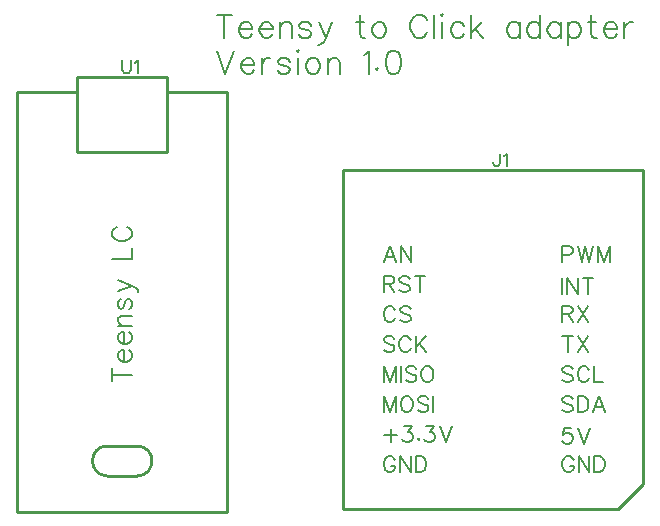
<source format=gto>
G04 Layer: TopSilkscreenLayer*
G04 EasyEDA v6.5.9, 2022-09-16 14:53:16*
G04 a67cddfb3fce44daa9051d46cbbcc19f,10*
G04 Gerber Generator version 0.2*
G04 Scale: 100 percent, Rotated: No, Reflected: No *
G04 Dimensions in millimeters *
G04 leading zeros omitted , absolute positions ,4 integer and 5 decimal *
%FSLAX45Y45*%
%MOMM*%

%ADD10C,0.2032*%
%ADD11C,0.1524*%
%ADD12C,0.2540*%

%LPD*%
D10*
X1864613Y4305045D02*
G01*
X1864613Y4110989D01*
X1800097Y4305045D02*
G01*
X1929384Y4305045D01*
X1990343Y4184904D02*
G01*
X2101088Y4184904D01*
X2101088Y4203445D01*
X2091943Y4221987D01*
X2082545Y4231131D01*
X2064258Y4240276D01*
X2036572Y4240276D01*
X2018029Y4231131D01*
X1999488Y4212589D01*
X1990343Y4184904D01*
X1990343Y4166615D01*
X1999488Y4138676D01*
X2018029Y4120387D01*
X2036572Y4110989D01*
X2064258Y4110989D01*
X2082545Y4120387D01*
X2101088Y4138676D01*
X2162047Y4184904D02*
G01*
X2272791Y4184904D01*
X2272791Y4203445D01*
X2263647Y4221987D01*
X2254504Y4231131D01*
X2235961Y4240276D01*
X2208275Y4240276D01*
X2189734Y4231131D01*
X2171191Y4212589D01*
X2162047Y4184904D01*
X2162047Y4166615D01*
X2171191Y4138676D01*
X2189734Y4120387D01*
X2208275Y4110989D01*
X2235961Y4110989D01*
X2254504Y4120387D01*
X2272791Y4138676D01*
X2333752Y4240276D02*
G01*
X2333752Y4110989D01*
X2333752Y4203445D02*
G01*
X2361691Y4231131D01*
X2379979Y4240276D01*
X2407665Y4240276D01*
X2426208Y4231131D01*
X2435352Y4203445D01*
X2435352Y4110989D01*
X2597911Y4212589D02*
G01*
X2588768Y4231131D01*
X2561081Y4240276D01*
X2533395Y4240276D01*
X2505709Y4231131D01*
X2496311Y4212589D01*
X2505709Y4194302D01*
X2524252Y4184904D01*
X2570225Y4175760D01*
X2588768Y4166615D01*
X2597911Y4148073D01*
X2597911Y4138676D01*
X2588768Y4120387D01*
X2561081Y4110989D01*
X2533395Y4110989D01*
X2505709Y4120387D01*
X2496311Y4138676D01*
X2668270Y4240276D02*
G01*
X2723641Y4110989D01*
X2779013Y4240276D02*
G01*
X2723641Y4110989D01*
X2705100Y4074160D01*
X2686811Y4055618D01*
X2668270Y4046473D01*
X2658872Y4046473D01*
X3009900Y4305045D02*
G01*
X3009900Y4148073D01*
X3019297Y4120387D01*
X3037586Y4110989D01*
X3056127Y4110989D01*
X2982213Y4240276D02*
G01*
X3046984Y4240276D01*
X3163315Y4240276D02*
G01*
X3144774Y4231131D01*
X3126231Y4212589D01*
X3117088Y4184904D01*
X3117088Y4166615D01*
X3126231Y4138676D01*
X3144774Y4120387D01*
X3163315Y4110989D01*
X3191002Y4110989D01*
X3209543Y4120387D01*
X3227831Y4138676D01*
X3237229Y4166615D01*
X3237229Y4184904D01*
X3227831Y4212589D01*
X3209543Y4231131D01*
X3191002Y4240276D01*
X3163315Y4240276D01*
X3578859Y4258818D02*
G01*
X3569715Y4277360D01*
X3551174Y4295902D01*
X3532631Y4305045D01*
X3495802Y4305045D01*
X3477259Y4295902D01*
X3458972Y4277360D01*
X3449574Y4258818D01*
X3440429Y4231131D01*
X3440429Y4184904D01*
X3449574Y4157218D01*
X3458972Y4138676D01*
X3477259Y4120387D01*
X3495802Y4110989D01*
X3532631Y4110989D01*
X3551174Y4120387D01*
X3569715Y4138676D01*
X3578859Y4157218D01*
X3639820Y4305045D02*
G01*
X3639820Y4110989D01*
X3700779Y4305045D02*
G01*
X3710177Y4295902D01*
X3719322Y4305045D01*
X3710177Y4314189D01*
X3700779Y4305045D01*
X3710177Y4240276D02*
G01*
X3710177Y4110989D01*
X3891025Y4212589D02*
G01*
X3872738Y4231131D01*
X3854195Y4240276D01*
X3826509Y4240276D01*
X3807968Y4231131D01*
X3789425Y4212589D01*
X3780281Y4184904D01*
X3780281Y4166615D01*
X3789425Y4138676D01*
X3807968Y4120387D01*
X3826509Y4110989D01*
X3854195Y4110989D01*
X3872738Y4120387D01*
X3891025Y4138676D01*
X3951986Y4305045D02*
G01*
X3951986Y4110989D01*
X4044441Y4240276D02*
G01*
X3951986Y4148073D01*
X3989070Y4184904D02*
G01*
X4053586Y4110989D01*
X4367784Y4240276D02*
G01*
X4367784Y4110989D01*
X4367784Y4212589D02*
G01*
X4349241Y4231131D01*
X4330700Y4240276D01*
X4303013Y4240276D01*
X4284472Y4231131D01*
X4266184Y4212589D01*
X4256786Y4184904D01*
X4256786Y4166615D01*
X4266184Y4138676D01*
X4284472Y4120387D01*
X4303013Y4110989D01*
X4330700Y4110989D01*
X4349241Y4120387D01*
X4367784Y4138676D01*
X4539488Y4305045D02*
G01*
X4539488Y4110989D01*
X4539488Y4212589D02*
G01*
X4520945Y4231131D01*
X4502658Y4240276D01*
X4474972Y4240276D01*
X4456429Y4231131D01*
X4437888Y4212589D01*
X4428743Y4184904D01*
X4428743Y4166615D01*
X4437888Y4138676D01*
X4456429Y4120387D01*
X4474972Y4110989D01*
X4502658Y4110989D01*
X4520945Y4120387D01*
X4539488Y4138676D01*
X4711191Y4240276D02*
G01*
X4711191Y4110989D01*
X4711191Y4212589D02*
G01*
X4692904Y4231131D01*
X4674361Y4240276D01*
X4646675Y4240276D01*
X4628134Y4231131D01*
X4609591Y4212589D01*
X4600447Y4184904D01*
X4600447Y4166615D01*
X4609591Y4138676D01*
X4628134Y4120387D01*
X4646675Y4110989D01*
X4674361Y4110989D01*
X4692904Y4120387D01*
X4711191Y4138676D01*
X4772152Y4240276D02*
G01*
X4772152Y4046473D01*
X4772152Y4212589D02*
G01*
X4790693Y4231131D01*
X4809236Y4240276D01*
X4836922Y4240276D01*
X4855463Y4231131D01*
X4873752Y4212589D01*
X4883150Y4184904D01*
X4883150Y4166615D01*
X4873752Y4138676D01*
X4855463Y4120387D01*
X4836922Y4110989D01*
X4809236Y4110989D01*
X4790693Y4120387D01*
X4772152Y4138676D01*
X4971795Y4305045D02*
G01*
X4971795Y4148073D01*
X4980940Y4120387D01*
X4999481Y4110989D01*
X5018024Y4110989D01*
X4944109Y4240276D02*
G01*
X5008625Y4240276D01*
X5078984Y4184904D02*
G01*
X5189727Y4184904D01*
X5189727Y4203445D01*
X5180584Y4221987D01*
X5171186Y4231131D01*
X5152897Y4240276D01*
X5125211Y4240276D01*
X5106670Y4231131D01*
X5088127Y4212589D01*
X5078984Y4184904D01*
X5078984Y4166615D01*
X5088127Y4138676D01*
X5106670Y4120387D01*
X5125211Y4110989D01*
X5152897Y4110989D01*
X5171186Y4120387D01*
X5189727Y4138676D01*
X5250688Y4240276D02*
G01*
X5250688Y4110989D01*
X5250688Y4184904D02*
G01*
X5259831Y4212589D01*
X5278374Y4231131D01*
X5296915Y4240276D01*
X5324602Y4240276D01*
X1800097Y4000245D02*
G01*
X1874012Y3806189D01*
X1947672Y4000245D02*
G01*
X1874012Y3806189D01*
X2008631Y3880104D02*
G01*
X2119629Y3880104D01*
X2119629Y3898645D01*
X2110231Y3917187D01*
X2101088Y3926331D01*
X2082545Y3935476D01*
X2054859Y3935476D01*
X2036572Y3926331D01*
X2018029Y3907789D01*
X2008631Y3880104D01*
X2008631Y3861815D01*
X2018029Y3833876D01*
X2036572Y3815587D01*
X2054859Y3806189D01*
X2082545Y3806189D01*
X2101088Y3815587D01*
X2119629Y3833876D01*
X2180590Y3935476D02*
G01*
X2180590Y3806189D01*
X2180590Y3880104D02*
G01*
X2189734Y3907789D01*
X2208275Y3926331D01*
X2226818Y3935476D01*
X2254504Y3935476D01*
X2417063Y3907789D02*
G01*
X2407665Y3926331D01*
X2379979Y3935476D01*
X2352293Y3935476D01*
X2324608Y3926331D01*
X2315463Y3907789D01*
X2324608Y3889502D01*
X2343150Y3880104D01*
X2389377Y3870960D01*
X2407665Y3861815D01*
X2417063Y3843273D01*
X2417063Y3833876D01*
X2407665Y3815587D01*
X2379979Y3806189D01*
X2352293Y3806189D01*
X2324608Y3815587D01*
X2315463Y3833876D01*
X2478024Y4000245D02*
G01*
X2487168Y3991102D01*
X2496311Y4000245D01*
X2487168Y4009389D01*
X2478024Y4000245D01*
X2487168Y3935476D02*
G01*
X2487168Y3806189D01*
X2603500Y3935476D02*
G01*
X2585211Y3926331D01*
X2566670Y3907789D01*
X2557272Y3880104D01*
X2557272Y3861815D01*
X2566670Y3833876D01*
X2585211Y3815587D01*
X2603500Y3806189D01*
X2631186Y3806189D01*
X2649727Y3815587D01*
X2668270Y3833876D01*
X2677413Y3861815D01*
X2677413Y3880104D01*
X2668270Y3907789D01*
X2649727Y3926331D01*
X2631186Y3935476D01*
X2603500Y3935476D01*
X2738374Y3935476D02*
G01*
X2738374Y3806189D01*
X2738374Y3898645D02*
G01*
X2766059Y3926331D01*
X2784602Y3935476D01*
X2812288Y3935476D01*
X2830829Y3926331D01*
X2839974Y3898645D01*
X2839974Y3806189D01*
X3043174Y3963415D02*
G01*
X3061715Y3972560D01*
X3089402Y4000245D01*
X3089402Y3806189D01*
X3159506Y3852418D02*
G01*
X3150361Y3843273D01*
X3159506Y3833876D01*
X3168904Y3843273D01*
X3159506Y3852418D01*
X3285236Y4000245D02*
G01*
X3257550Y3991102D01*
X3239008Y3963415D01*
X3229863Y3917187D01*
X3229863Y3889502D01*
X3239008Y3843273D01*
X3257550Y3815587D01*
X3285236Y3806189D01*
X3303777Y3806189D01*
X3331463Y3815587D01*
X3349752Y3843273D01*
X3359150Y3889502D01*
X3359150Y3917187D01*
X3349752Y3963415D01*
X3331463Y3991102D01*
X3303777Y4000245D01*
X3285236Y4000245D01*
D11*
X4195063Y3129914D02*
G01*
X4195063Y3046856D01*
X4189729Y3031109D01*
X4184650Y3026029D01*
X4174236Y3020948D01*
X4163822Y3020948D01*
X4153408Y3026029D01*
X4148074Y3031109D01*
X4142993Y3046856D01*
X4142993Y3057270D01*
X4229354Y3109087D02*
G01*
X4239513Y3114420D01*
X4255261Y3129914D01*
X4255261Y3020948D01*
D10*
X3266693Y2343022D02*
G01*
X3215893Y2209419D01*
X3266693Y2343022D02*
G01*
X3317747Y2209419D01*
X3234943Y2253869D02*
G01*
X3298697Y2253869D01*
X3359658Y2343022D02*
G01*
X3359658Y2209419D01*
X3359658Y2343022D02*
G01*
X3448811Y2209419D01*
X3448811Y2343022D02*
G01*
X3448811Y2209419D01*
X3215893Y2089022D02*
G01*
X3215893Y1955419D01*
X3215893Y2089022D02*
G01*
X3273043Y2089022D01*
X3292347Y2082672D01*
X3298697Y2076322D01*
X3305047Y2063622D01*
X3305047Y2050922D01*
X3298697Y2038222D01*
X3292347Y2031872D01*
X3273043Y2025522D01*
X3215893Y2025522D01*
X3260343Y2025522D02*
G01*
X3305047Y1955419D01*
X3436111Y2069972D02*
G01*
X3423411Y2082672D01*
X3404361Y2089022D01*
X3378708Y2089022D01*
X3359658Y2082672D01*
X3346958Y2069972D01*
X3346958Y2057272D01*
X3353308Y2044572D01*
X3359658Y2038222D01*
X3372358Y2031872D01*
X3410711Y2019172D01*
X3423411Y2012822D01*
X3429761Y2006219D01*
X3436111Y1993519D01*
X3436111Y1974469D01*
X3423411Y1961769D01*
X3404361Y1955419D01*
X3378708Y1955419D01*
X3359658Y1961769D01*
X3346958Y1974469D01*
X3522725Y2089022D02*
G01*
X3522725Y1955419D01*
X3478022Y2089022D02*
G01*
X3567175Y2089022D01*
X3215893Y1327022D02*
G01*
X3215893Y1193419D01*
X3215893Y1327022D02*
G01*
X3266693Y1193419D01*
X3317747Y1327022D02*
G01*
X3266693Y1193419D01*
X3317747Y1327022D02*
G01*
X3317747Y1193419D01*
X3359658Y1327022D02*
G01*
X3359658Y1193419D01*
X3490722Y1307972D02*
G01*
X3478022Y1320672D01*
X3458972Y1327022D01*
X3433572Y1327022D01*
X3414522Y1320672D01*
X3401822Y1307972D01*
X3401822Y1295272D01*
X3408172Y1282572D01*
X3414522Y1276222D01*
X3427222Y1269872D01*
X3465322Y1257172D01*
X3478022Y1250822D01*
X3484372Y1244219D01*
X3490722Y1231519D01*
X3490722Y1212469D01*
X3478022Y1199769D01*
X3458972Y1193419D01*
X3433572Y1193419D01*
X3414522Y1199769D01*
X3401822Y1212469D01*
X3570986Y1327022D02*
G01*
X3558286Y1320672D01*
X3545586Y1307972D01*
X3539236Y1295272D01*
X3532886Y1276222D01*
X3532886Y1244219D01*
X3539236Y1225169D01*
X3545586Y1212469D01*
X3558286Y1199769D01*
X3570986Y1193419D01*
X3596386Y1193419D01*
X3609086Y1199769D01*
X3621786Y1212469D01*
X3628136Y1225169D01*
X3634740Y1244219D01*
X3634740Y1276222D01*
X3628136Y1295272D01*
X3621786Y1307972D01*
X3609086Y1320672D01*
X3596386Y1327022D01*
X3570986Y1327022D01*
X4727193Y2343022D02*
G01*
X4727193Y2209419D01*
X4727193Y2343022D02*
G01*
X4784343Y2343022D01*
X4803647Y2336672D01*
X4809997Y2330322D01*
X4816347Y2317622D01*
X4816347Y2298572D01*
X4809997Y2285872D01*
X4803647Y2279522D01*
X4784343Y2273172D01*
X4727193Y2273172D01*
X4858258Y2343022D02*
G01*
X4890008Y2209419D01*
X4922011Y2343022D02*
G01*
X4890008Y2209419D01*
X4922011Y2343022D02*
G01*
X4953761Y2209419D01*
X4985511Y2343022D02*
G01*
X4953761Y2209419D01*
X5027675Y2343022D02*
G01*
X5027675Y2209419D01*
X5027675Y2343022D02*
G01*
X5078475Y2209419D01*
X5129275Y2343022D02*
G01*
X5078475Y2209419D01*
X5129275Y2343022D02*
G01*
X5129275Y2209419D01*
X4727193Y2076322D02*
G01*
X4727193Y1942719D01*
X4769104Y2076322D02*
G01*
X4769104Y1942719D01*
X4769104Y2076322D02*
G01*
X4858258Y1942719D01*
X4858258Y2076322D02*
G01*
X4858258Y1942719D01*
X4944872Y2076322D02*
G01*
X4944872Y1942719D01*
X4900168Y2076322D02*
G01*
X4989322Y2076322D01*
X4727193Y1835022D02*
G01*
X4727193Y1701419D01*
X4727193Y1835022D02*
G01*
X4784343Y1835022D01*
X4803647Y1828672D01*
X4809997Y1822322D01*
X4816347Y1809622D01*
X4816347Y1796922D01*
X4809997Y1784222D01*
X4803647Y1777872D01*
X4784343Y1771522D01*
X4727193Y1771522D01*
X4771643Y1771522D02*
G01*
X4816347Y1701419D01*
X4858258Y1835022D02*
G01*
X4947411Y1701419D01*
X4947411Y1835022D02*
G01*
X4858258Y1701419D01*
X4771643Y1581022D02*
G01*
X4771643Y1447419D01*
X4727193Y1581022D02*
G01*
X4816347Y1581022D01*
X4858258Y1581022D02*
G01*
X4947411Y1447419D01*
X4947411Y1581022D02*
G01*
X4858258Y1447419D01*
X4816347Y1307972D02*
G01*
X4803647Y1320672D01*
X4784343Y1327022D01*
X4758943Y1327022D01*
X4739893Y1320672D01*
X4727193Y1307972D01*
X4727193Y1295272D01*
X4733543Y1282572D01*
X4739893Y1276222D01*
X4752593Y1269872D01*
X4790947Y1257172D01*
X4803647Y1250822D01*
X4809997Y1244219D01*
X4816347Y1231519D01*
X4816347Y1212469D01*
X4803647Y1199769D01*
X4784343Y1193419D01*
X4758943Y1193419D01*
X4739893Y1199769D01*
X4727193Y1212469D01*
X4953761Y1295272D02*
G01*
X4947411Y1307972D01*
X4934711Y1320672D01*
X4922011Y1327022D01*
X4896358Y1327022D01*
X4883658Y1320672D01*
X4870958Y1307972D01*
X4864608Y1295272D01*
X4858258Y1276222D01*
X4858258Y1244219D01*
X4864608Y1225169D01*
X4870958Y1212469D01*
X4883658Y1199769D01*
X4896358Y1193419D01*
X4922011Y1193419D01*
X4934711Y1199769D01*
X4947411Y1212469D01*
X4953761Y1225169D01*
X4995672Y1327022D02*
G01*
X4995672Y1193419D01*
X4995672Y1193419D02*
G01*
X5072125Y1193419D01*
X4816347Y1053972D02*
G01*
X4803647Y1066672D01*
X4784343Y1073022D01*
X4758943Y1073022D01*
X4739893Y1066672D01*
X4727193Y1053972D01*
X4727193Y1041272D01*
X4733543Y1028572D01*
X4739893Y1022222D01*
X4752593Y1015872D01*
X4790947Y1003172D01*
X4803647Y996822D01*
X4809997Y990219D01*
X4816347Y977519D01*
X4816347Y958469D01*
X4803647Y945769D01*
X4784343Y939419D01*
X4758943Y939419D01*
X4739893Y945769D01*
X4727193Y958469D01*
X4858258Y1073022D02*
G01*
X4858258Y939419D01*
X4858258Y1073022D02*
G01*
X4902708Y1073022D01*
X4922011Y1066672D01*
X4934711Y1053972D01*
X4941061Y1041272D01*
X4947411Y1022222D01*
X4947411Y990219D01*
X4941061Y971169D01*
X4934711Y958469D01*
X4922011Y945769D01*
X4902708Y939419D01*
X4858258Y939419D01*
X5040375Y1073022D02*
G01*
X4989322Y939419D01*
X5040375Y1073022D02*
G01*
X5091175Y939419D01*
X5008372Y983869D02*
G01*
X5072125Y983869D01*
X4803647Y806322D02*
G01*
X4739893Y806322D01*
X4733543Y749172D01*
X4739893Y755522D01*
X4758943Y761872D01*
X4777993Y761872D01*
X4797297Y755522D01*
X4809997Y742822D01*
X4816347Y723519D01*
X4816347Y710819D01*
X4809997Y691769D01*
X4797297Y679069D01*
X4777993Y672719D01*
X4758943Y672719D01*
X4739893Y679069D01*
X4733543Y685419D01*
X4727193Y698119D01*
X4858258Y806322D02*
G01*
X4909311Y672719D01*
X4960111Y806322D02*
G01*
X4909311Y672719D01*
X4822697Y533272D02*
G01*
X4816347Y545972D01*
X4803647Y558672D01*
X4790947Y565022D01*
X4765293Y565022D01*
X4752593Y558672D01*
X4739893Y545972D01*
X4733543Y533272D01*
X4727193Y514222D01*
X4727193Y482219D01*
X4733543Y463169D01*
X4739893Y450469D01*
X4752593Y437769D01*
X4765293Y431419D01*
X4790947Y431419D01*
X4803647Y437769D01*
X4816347Y450469D01*
X4822697Y463169D01*
X4822697Y482219D01*
X4790947Y482219D02*
G01*
X4822697Y482219D01*
X4864608Y565022D02*
G01*
X4864608Y431419D01*
X4864608Y565022D02*
G01*
X4953761Y431419D01*
X4953761Y565022D02*
G01*
X4953761Y431419D01*
X4995672Y565022D02*
G01*
X4995672Y431419D01*
X4995672Y565022D02*
G01*
X5040375Y565022D01*
X5059425Y558672D01*
X5072125Y545972D01*
X5078475Y533272D01*
X5084825Y514222D01*
X5084825Y482219D01*
X5078475Y463169D01*
X5072125Y450469D01*
X5059425Y437769D01*
X5040375Y431419D01*
X4995672Y431419D01*
X3311397Y533272D02*
G01*
X3305047Y545972D01*
X3292347Y558672D01*
X3279647Y565022D01*
X3253993Y565022D01*
X3241293Y558672D01*
X3228593Y545972D01*
X3222243Y533272D01*
X3215893Y514222D01*
X3215893Y482219D01*
X3222243Y463169D01*
X3228593Y450469D01*
X3241293Y437769D01*
X3253993Y431419D01*
X3279647Y431419D01*
X3292347Y437769D01*
X3305047Y450469D01*
X3311397Y463169D01*
X3311397Y482219D01*
X3279647Y482219D02*
G01*
X3311397Y482219D01*
X3353308Y565022D02*
G01*
X3353308Y431419D01*
X3353308Y565022D02*
G01*
X3442461Y431419D01*
X3442461Y565022D02*
G01*
X3442461Y431419D01*
X3484372Y565022D02*
G01*
X3484372Y431419D01*
X3484372Y565022D02*
G01*
X3529075Y565022D01*
X3548125Y558672D01*
X3560825Y545972D01*
X3567175Y533272D01*
X3573525Y514222D01*
X3573525Y482219D01*
X3567175Y463169D01*
X3560825Y450469D01*
X3548125Y437769D01*
X3529075Y431419D01*
X3484372Y431419D01*
X3273043Y799972D02*
G01*
X3273043Y685419D01*
X3215893Y742822D02*
G01*
X3330447Y742822D01*
X3385058Y819022D02*
G01*
X3455161Y819022D01*
X3417061Y768222D01*
X3436111Y768222D01*
X3448811Y761872D01*
X3455161Y755522D01*
X3461511Y736219D01*
X3461511Y723519D01*
X3455161Y704469D01*
X3442461Y691769D01*
X3423411Y685419D01*
X3404361Y685419D01*
X3385058Y691769D01*
X3378708Y698119D01*
X3372358Y710819D01*
X3509772Y717169D02*
G01*
X3503422Y710819D01*
X3509772Y704469D01*
X3516375Y710819D01*
X3509772Y717169D01*
X3570986Y819022D02*
G01*
X3641090Y819022D01*
X3602736Y768222D01*
X3621786Y768222D01*
X3634740Y761872D01*
X3641090Y755522D01*
X3647440Y736219D01*
X3647440Y723519D01*
X3641090Y704469D01*
X3628136Y691769D01*
X3609086Y685419D01*
X3590036Y685419D01*
X3570986Y691769D01*
X3564636Y698119D01*
X3558286Y710819D01*
X3689350Y819022D02*
G01*
X3740150Y685419D01*
X3791204Y819022D02*
G01*
X3740150Y685419D01*
X3215893Y1073022D02*
G01*
X3215893Y939419D01*
X3215893Y1073022D02*
G01*
X3266693Y939419D01*
X3317747Y1073022D02*
G01*
X3266693Y939419D01*
X3317747Y1073022D02*
G01*
X3317747Y939419D01*
X3398011Y1073022D02*
G01*
X3385058Y1066672D01*
X3372358Y1053972D01*
X3366008Y1041272D01*
X3359658Y1022222D01*
X3359658Y990219D01*
X3366008Y971169D01*
X3372358Y958469D01*
X3385058Y945769D01*
X3398011Y939419D01*
X3423411Y939419D01*
X3436111Y945769D01*
X3448811Y958469D01*
X3455161Y971169D01*
X3461511Y990219D01*
X3461511Y1022222D01*
X3455161Y1041272D01*
X3448811Y1053972D01*
X3436111Y1066672D01*
X3423411Y1073022D01*
X3398011Y1073022D01*
X3592575Y1053972D02*
G01*
X3579875Y1066672D01*
X3560825Y1073022D01*
X3535425Y1073022D01*
X3516375Y1066672D01*
X3503422Y1053972D01*
X3503422Y1041272D01*
X3509772Y1028572D01*
X3516375Y1022222D01*
X3529075Y1015872D01*
X3567175Y1003172D01*
X3579875Y996822D01*
X3586225Y990219D01*
X3592575Y977519D01*
X3592575Y958469D01*
X3579875Y945769D01*
X3560825Y939419D01*
X3535425Y939419D01*
X3516375Y945769D01*
X3503422Y958469D01*
X3634740Y1073022D02*
G01*
X3634740Y939419D01*
X3305047Y1561972D02*
G01*
X3292347Y1574672D01*
X3273043Y1581022D01*
X3247643Y1581022D01*
X3228593Y1574672D01*
X3215893Y1561972D01*
X3215893Y1549272D01*
X3222243Y1536572D01*
X3228593Y1530222D01*
X3241293Y1523872D01*
X3279647Y1511172D01*
X3292347Y1504822D01*
X3298697Y1498219D01*
X3305047Y1485519D01*
X3305047Y1466469D01*
X3292347Y1453769D01*
X3273043Y1447419D01*
X3247643Y1447419D01*
X3228593Y1453769D01*
X3215893Y1466469D01*
X3442461Y1549272D02*
G01*
X3436111Y1561972D01*
X3423411Y1574672D01*
X3410711Y1581022D01*
X3385058Y1581022D01*
X3372358Y1574672D01*
X3359658Y1561972D01*
X3353308Y1549272D01*
X3346958Y1530222D01*
X3346958Y1498219D01*
X3353308Y1479169D01*
X3359658Y1466469D01*
X3372358Y1453769D01*
X3385058Y1447419D01*
X3410711Y1447419D01*
X3423411Y1453769D01*
X3436111Y1466469D01*
X3442461Y1479169D01*
X3484372Y1581022D02*
G01*
X3484372Y1447419D01*
X3573525Y1581022D02*
G01*
X3484372Y1491869D01*
X3516375Y1523872D02*
G01*
X3573525Y1447419D01*
X3311397Y1803272D02*
G01*
X3305047Y1815972D01*
X3292347Y1828672D01*
X3279647Y1835022D01*
X3253993Y1835022D01*
X3241293Y1828672D01*
X3228593Y1815972D01*
X3222243Y1803272D01*
X3215893Y1784222D01*
X3215893Y1752219D01*
X3222243Y1733169D01*
X3228593Y1720469D01*
X3241293Y1707769D01*
X3253993Y1701419D01*
X3279647Y1701419D01*
X3292347Y1707769D01*
X3305047Y1720469D01*
X3311397Y1733169D01*
X3442461Y1815972D02*
G01*
X3429761Y1828672D01*
X3410711Y1835022D01*
X3385058Y1835022D01*
X3366008Y1828672D01*
X3353308Y1815972D01*
X3353308Y1803272D01*
X3359658Y1790572D01*
X3366008Y1784222D01*
X3378708Y1777872D01*
X3417061Y1765172D01*
X3429761Y1758822D01*
X3436111Y1752219D01*
X3442461Y1739519D01*
X3442461Y1720469D01*
X3429761Y1707769D01*
X3410711Y1701419D01*
X3385058Y1701419D01*
X3366008Y1707769D01*
X3353308Y1720469D01*
D11*
X999997Y3918712D02*
G01*
X999997Y3840734D01*
X1005078Y3825239D01*
X1015492Y3814826D01*
X1031239Y3809745D01*
X1041654Y3809745D01*
X1057147Y3814826D01*
X1067562Y3825239D01*
X1072642Y3840734D01*
X1072642Y3918712D01*
X1106931Y3897884D02*
G01*
X1117345Y3903218D01*
X1133094Y3918712D01*
X1133094Y3809745D01*
D10*
X911100Y1258572D02*
G01*
X1080772Y1258572D01*
X911100Y1201930D02*
G01*
X911100Y1314960D01*
X1016256Y1368300D02*
G01*
X1016256Y1465328D01*
X1000000Y1465328D01*
X983998Y1457200D01*
X975870Y1449326D01*
X967742Y1433070D01*
X967742Y1408940D01*
X975870Y1392684D01*
X991872Y1376428D01*
X1016256Y1368300D01*
X1032258Y1368300D01*
X1056642Y1376428D01*
X1072898Y1392684D01*
X1080772Y1408940D01*
X1080772Y1433070D01*
X1072898Y1449326D01*
X1056642Y1465328D01*
X1016256Y1518668D02*
G01*
X1016256Y1615696D01*
X1000000Y1615696D01*
X983998Y1607568D01*
X975870Y1599440D01*
X967742Y1583438D01*
X967742Y1559054D01*
X975870Y1543052D01*
X991872Y1526796D01*
X1016256Y1518668D01*
X1032258Y1518668D01*
X1056642Y1526796D01*
X1072898Y1543052D01*
X1080772Y1559054D01*
X1080772Y1583438D01*
X1072898Y1599440D01*
X1056642Y1615696D01*
X967742Y1669036D02*
G01*
X1080772Y1669036D01*
X1000000Y1669036D02*
G01*
X975870Y1693420D01*
X967742Y1709422D01*
X967742Y1733806D01*
X975870Y1749808D01*
X1000000Y1757936D01*
X1080772Y1757936D01*
X991872Y1900176D02*
G01*
X975870Y1892048D01*
X967742Y1867918D01*
X967742Y1843534D01*
X975870Y1819404D01*
X991872Y1811276D01*
X1008128Y1819404D01*
X1016256Y1835660D01*
X1024384Y1876046D01*
X1032258Y1892048D01*
X1048514Y1900176D01*
X1056642Y1900176D01*
X1072898Y1892048D01*
X1080772Y1867918D01*
X1080772Y1843534D01*
X1072898Y1819404D01*
X1056642Y1811276D01*
X967742Y1961644D02*
G01*
X1080772Y2010158D01*
X967742Y2058672D02*
G01*
X1080772Y2010158D01*
X1113284Y1993902D01*
X1129286Y1977900D01*
X1137414Y1961644D01*
X1137414Y1953516D01*
X911100Y2236472D02*
G01*
X1080772Y2236472D01*
X1080772Y2236472D02*
G01*
X1080772Y2333500D01*
X951486Y2507998D02*
G01*
X935484Y2499870D01*
X919228Y2483614D01*
X911100Y2467612D01*
X911100Y2435100D01*
X919228Y2419098D01*
X935484Y2402842D01*
X951486Y2394714D01*
X975870Y2386840D01*
X1016256Y2386840D01*
X1040386Y2394714D01*
X1056642Y2402842D01*
X1072898Y2419098D01*
X1080772Y2435100D01*
X1080772Y2467612D01*
X1072898Y2483614D01*
X1056642Y2499870D01*
X1040386Y2507998D01*
D12*
X2872993Y2989198D02*
G01*
X5412993Y2989198D01*
X5412993Y334898D01*
X5197093Y118998D01*
X2872993Y118998D01*
X2872993Y2989198D01*
X618997Y3777995D02*
G01*
X1380997Y3777995D01*
X1380997Y3142995D01*
X618997Y3142995D01*
X618997Y3777995D01*
X1126997Y653795D02*
G01*
X872997Y653795D01*
X872997Y399795D02*
G01*
X1126997Y399795D01*
X618997Y3650995D02*
G01*
X110997Y3650995D01*
X110997Y94995D01*
X1888997Y94995D01*
X1888997Y3650995D01*
X1380997Y3650995D01*
G75*
G01*
X872998Y399796D02*
G02*
X872998Y653796I2540J127000D01*
G75*
G01*
X1126998Y399796D02*
G03*
X1126998Y653796I-2565J127000D01*
M02*

</source>
